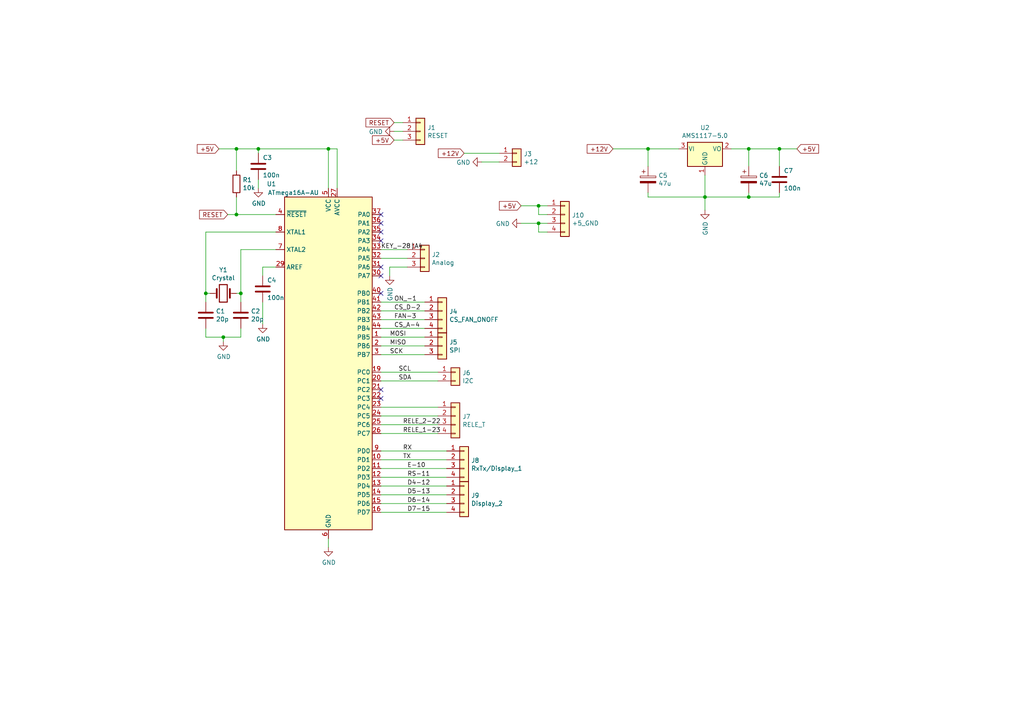
<source format=kicad_sch>
(kicad_sch (version 20211123) (generator eeschema)
  (paper "A4")
  (lib_symbols
    (symbol "Connector_Generic:Conn_01x02" (pin_names (offset 1.016) hide)
      (property "Reference" "J" (at 0 2.54 0))
      (property "Value" "Conn_01x02" (at 0 -5.08 0))
      (symbol "Conn_01x02_1_1"
        (rectangle (start -1.27 -2.413) (end 0 -2.667) (stroke (width 0.1524)))
        (rectangle (start -1.27 0.127) (end 0 -0.127) (stroke (width 0.1524)))
        (rectangle (start -1.27 1.27) (end 1.27 -3.81) (stroke (width 0.254)) (fill (type background)))
        (pin passive line (at -5.08 0 0) (length 3.81) (name "Pin_1") (number "1"))
        (pin passive line (at -5.08 -2.54 0) (length 3.81) (name "Pin_2") (number "2"))
      )
    )
    (symbol "Connector_Generic:Conn_01x03" (pin_names (offset 1.016) hide)
      (property "Reference" "J" (at 0 5.08 0))
      (property "Value" "Conn_01x03" (at 0 -5.08 0))
      (symbol "Conn_01x03_1_1"
        (rectangle (start -1.27 -2.413) (end 0 -2.667) (stroke (width 0.1524)))
        (rectangle (start -1.27 0.127) (end 0 -0.127) (stroke (width 0.1524)))
        (rectangle (start -1.27 2.667) (end 0 2.413) (stroke (width 0.1524)))
        (rectangle (start -1.27 3.81) (end 1.27 -3.81) (stroke (width 0.254)) (fill (type background)))
        (pin passive line (at -5.08 2.54 0) (length 3.81) (name "Pin_1") (number "1"))
        (pin passive line (at -5.08 0 0) (length 3.81) (name "Pin_2") (number "2"))
        (pin passive line (at -5.08 -2.54 0) (length 3.81) (name "Pin_3") (number "3"))
      )
    )
    (symbol "Connector_Generic:Conn_01x04" (pin_names (offset 1.016) hide)
      (property "Reference" "J" (at 0 5.08 0))
      (property "Value" "Conn_01x04" (at 0 -7.62 0))
      (symbol "Conn_01x04_1_1"
        (rectangle (start -1.27 -4.953) (end 0 -5.207) (stroke (width 0.1524)))
        (rectangle (start -1.27 -2.413) (end 0 -2.667) (stroke (width 0.1524)))
        (rectangle (start -1.27 0.127) (end 0 -0.127) (stroke (width 0.1524)))
        (rectangle (start -1.27 2.667) (end 0 2.413) (stroke (width 0.1524)))
        (rectangle (start -1.27 3.81) (end 1.27 -6.35) (stroke (width 0.254)) (fill (type background)))
        (pin passive line (at -5.08 2.54 0) (length 3.81) (name "Pin_1") (number "1"))
        (pin passive line (at -5.08 0 0) (length 3.81) (name "Pin_2") (number "2"))
        (pin passive line (at -5.08 -2.54 0) (length 3.81) (name "Pin_3") (number "3"))
        (pin passive line (at -5.08 -5.08 0) (length 3.81) (name "Pin_4") (number "4"))
      )
    )
    (symbol "Controller-rescue:ATmega16A-AU-MCU_Microchip_ATmega"
      (property "Reference" "U" (at -12.7 49.53 0))
      (property "Value" "ATmega16A-AU-MCU_Microchip_ATmega" (at 2.54 -49.53 0))
      (symbol "ATmega16A-AU-MCU_Microchip_ATmega_0_1"
        (rectangle (start -12.7 -48.26) (end 12.7 48.26) (stroke (width 0.254)) (fill (type background)))
      )
      (symbol "ATmega16A-AU-MCU_Microchip_ATmega_1_1"
        (pin bidirectional line (at 15.24 7.62 180) (length 2.54) (name "PB5") (number "1"))
        (pin bidirectional line (at 15.24 -27.94 180) (length 2.54) (name "PD1") (number "10"))
        (pin bidirectional line (at 15.24 -30.48 180) (length 2.54) (name "PD2") (number "11"))
        (pin bidirectional line (at 15.24 -33.02 180) (length 2.54) (name "PD3") (number "12"))
        (pin bidirectional line (at 15.24 -35.56 180) (length 2.54) (name "PD4") (number "13"))
        (pin bidirectional line (at 15.24 -38.1 180) (length 2.54) (name "PD5") (number "14"))
        (pin bidirectional line (at 15.24 -40.64 180) (length 2.54) (name "PD6") (number "15"))
        (pin bidirectional line (at 15.24 -43.18 180) (length 2.54) (name "PD7") (number "16"))
        (pin passive line (at 0 50.8 270) (length 2.54) hide (name "VCC") (number "17"))
        (pin passive line (at 0 -50.8 90) (length 2.54) hide (name "GND") (number "18"))
        (pin bidirectional line (at 15.24 -2.54 180) (length 2.54) (name "PC0") (number "19"))
        (pin bidirectional line (at 15.24 5.08 180) (length 2.54) (name "PB6") (number "2"))
        (pin bidirectional line (at 15.24 -5.08 180) (length 2.54) (name "PC1") (number "20"))
        (pin bidirectional line (at 15.24 -7.62 180) (length 2.54) (name "PC2") (number "21"))
        (pin bidirectional line (at 15.24 -10.16 180) (length 2.54) (name "PC3") (number "22"))
        (pin bidirectional line (at 15.24 -12.7 180) (length 2.54) (name "PC4") (number "23"))
        (pin bidirectional line (at 15.24 -15.24 180) (length 2.54) (name "PC5") (number "24"))
        (pin bidirectional line (at 15.24 -17.78 180) (length 2.54) (name "PC6") (number "25"))
        (pin bidirectional line (at 15.24 -20.32 180) (length 2.54) (name "PC7") (number "26"))
        (pin power_in line (at 2.54 50.8 270) (length 2.54) (name "AVCC") (number "27"))
        (pin passive line (at 0 -50.8 90) (length 2.54) hide (name "GND") (number "28"))
        (pin passive line (at -15.24 27.94 0) (length 2.54) (name "AREF") (number "29"))
        (pin bidirectional line (at 15.24 2.54 180) (length 2.54) (name "PB7") (number "3"))
        (pin bidirectional line (at 15.24 25.4 180) (length 2.54) (name "PA7") (number "30"))
        (pin bidirectional line (at 15.24 27.94 180) (length 2.54) (name "PA6") (number "31"))
        (pin bidirectional line (at 15.24 30.48 180) (length 2.54) (name "PA5") (number "32"))
        (pin bidirectional line (at 15.24 33.02 180) (length 2.54) (name "PA4") (number "33"))
        (pin bidirectional line (at 15.24 35.56 180) (length 2.54) (name "PA3") (number "34"))
        (pin bidirectional line (at 15.24 38.1 180) (length 2.54) (name "PA2") (number "35"))
        (pin bidirectional line (at 15.24 40.64 180) (length 2.54) (name "PA1") (number "36"))
        (pin bidirectional line (at 15.24 43.18 180) (length 2.54) (name "PA0") (number "37"))
        (pin passive line (at 0 50.8 270) (length 2.54) hide (name "VCC") (number "38"))
        (pin passive line (at 0 -50.8 90) (length 2.54) hide (name "GND") (number "39"))
        (pin input line (at -15.24 43.18 0) (length 2.54) (name "~{RESET}") (number "4"))
        (pin bidirectional line (at 15.24 20.32 180) (length 2.54) (name "PB0") (number "40"))
        (pin bidirectional line (at 15.24 17.78 180) (length 2.54) (name "PB1") (number "41"))
        (pin bidirectional line (at 15.24 15.24 180) (length 2.54) (name "PB2") (number "42"))
        (pin bidirectional line (at 15.24 12.7 180) (length 2.54) (name "PB3") (number "43"))
        (pin bidirectional line (at 15.24 10.16 180) (length 2.54) (name "PB4") (number "44"))
        (pin power_in line (at 0 50.8 270) (length 2.54) (name "VCC") (number "5"))
        (pin power_in line (at 0 -50.8 90) (length 2.54) (name "GND") (number "6"))
        (pin output line (at -15.24 33.02 0) (length 2.54) (name "XTAL2") (number "7"))
        (pin input line (at -15.24 38.1 0) (length 2.54) (name "XTAL1") (number "8"))
        (pin bidirectional line (at 15.24 -25.4 180) (length 2.54) (name "PD0") (number "9"))
      )
    )
    (symbol "Controller-rescue:CP-Device" (pin_numbers hide) (pin_names (offset 0.254))
      (property "Reference" "C" (at 0.635 2.54 0))
      (property "Value" "CP-Device" (at 0.635 -2.54 0))
      (symbol "CP-Device_0_1"
        (rectangle (start -2.286 0.508) (end 2.286 1.016))
        (polyline (pts (xy -1.778 2.286) (xy -0.762 2.286)))
        (polyline (pts (xy -1.27 2.794) (xy -1.27 1.778)))
        (rectangle (start 2.286 -0.508) (end -2.286 -1.016) (fill (type outline)))
      )
      (symbol "CP-Device_1_1"
        (pin passive line (at 0 3.81 270) (length 2.794) (name "~") (number "1"))
        (pin passive line (at 0 -3.81 90) (length 2.794) (name "~") (number "2"))
      )
    )
    (symbol "Device:C" (pin_numbers hide) (pin_names (offset 0.254))
      (property "Reference" "C" (at 0.635 2.54 0))
      (property "Value" "C" (at 0.635 -2.54 0))
      (symbol "C_0_1"
        (polyline (pts (xy -2.032 -0.762) (xy 2.032 -0.762)) (stroke (width 0.508)))
        (polyline (pts (xy -2.032 0.762) (xy 2.032 0.762)) (stroke (width 0.508)))
      )
      (symbol "C_1_1"
        (pin passive line (at 0 3.81 270) (length 2.794) (name "~") (number "1"))
        (pin passive line (at 0 -3.81 90) (length 2.794) (name "~") (number "2"))
      )
    )
    (symbol "Device:Crystal" (pin_numbers hide) (pin_names (offset 1.016) hide)
      (property "Reference" "Y" (at 0 3.81 0))
      (property "Value" "Crystal" (at 0 -3.81 0))
      (symbol "Crystal_0_1"
        (rectangle (start -1.143 2.54) (end 1.143 -2.54) (stroke (width 0.3048)))
        (polyline (pts (xy -2.54 0) (xy -1.905 0)))
        (polyline (pts (xy -1.905 -1.27) (xy -1.905 1.27)) (stroke (width 0.508)))
        (polyline (pts (xy 1.905 -1.27) (xy 1.905 1.27)) (stroke (width 0.508)))
        (polyline (pts (xy 2.54 0) (xy 1.905 0)))
      )
      (symbol "Crystal_1_1"
        (pin passive line (at -3.81 0 0) (length 1.27) (name "1") (number "1"))
        (pin passive line (at 3.81 0 180) (length 1.27) (name "2") (number "2"))
      )
    )
    (symbol "Device:R" (pin_numbers hide) (pin_names (offset 0))
      (property "Reference" "R" (at 2.032 0 90))
      (property "Value" "R" (at 0 0 90))
      (symbol "R_0_1"
        (rectangle (start -1.016 -2.54) (end 1.016 2.54) (stroke (width 0.254)))
      )
      (symbol "R_1_1"
        (pin passive line (at 0 3.81 270) (length 1.27) (name "~") (number "1"))
        (pin passive line (at 0 -3.81 90) (length 1.27) (name "~") (number "2"))
      )
    )
    (symbol "Regulator_Linear:AMS1117-5.0" (pin_names (offset 0.254))
      (property "Reference" "U" (at -3.81 3.175 0))
      (property "Value" "AMS1117-5.0" (at 0 3.175 0))
      (symbol "AMS1117-5.0_0_1"
        (rectangle (start -5.08 -5.08) (end 5.08 1.905) (stroke (width 0.254)) (fill (type background)))
      )
      (symbol "AMS1117-5.0_1_1"
        (pin power_in line (at 0 -7.62 90) (length 2.54) (name "GND") (number "1"))
        (pin power_out line (at 7.62 0 180) (length 2.54) (name "VO") (number "2"))
        (pin power_in line (at -7.62 0 0) (length 2.54) (name "VI") (number "3"))
      )
    )
    (symbol "power:GND" (power) (pin_names (offset 0))
      (property "Value" "GND" (at 0 -3.81 0))
      (symbol "GND_0_1"
        (polyline (pts (xy 0 0) (xy 0 -1.27) (xy 1.27 -1.27) (xy 0 -2.54) (xy -1.27 -1.27) (xy 0 -1.27)))
      )
      (symbol "GND_1_1"
        (pin power_in line (at 0 0 270) (length 0) hide (name "GND") (number "1"))
      )
    )
  )
  (junction (at 68.58 43.18))
  (junction (at 156.21 59.69))
  (junction (at 226.06 43.18))
  (junction (at 204.47 57.15))
  (junction (at 59.69 85.09))
  (junction (at 95.25 43.18))
  (junction (at 217.17 57.15))
  (junction (at 64.77 97.79))
  (junction (at 68.58 62.23))
  (junction (at 217.17 43.18))
  (junction (at 69.85 85.09))
  (junction (at 74.93 43.18))
  (junction (at 187.96 43.18))
  (junction (at 156.21 64.77))
  (no_connect (at 110.49 62.23))
  (no_connect (at 110.49 113.03))
  (no_connect (at 110.49 115.57))
  (no_connect (at 110.49 69.85))
  (no_connect (at 110.49 85.09))
  (no_connect (at 110.49 67.31))
  (no_connect (at 110.49 77.47))
  (no_connect (at 110.49 80.01))
  (no_connect (at 110.49 64.77))
  (wire (pts (xy 156.21 59.69) (xy 158.75 59.69)))
  (wire (pts (xy 123.19 92.71) (xy 110.49 92.71)))
  (wire (pts (xy 127 120.65) (xy 110.49 120.65)))
  (wire (pts (xy 212.09 43.18) (xy 217.17 43.18)))
  (wire (pts (xy 59.69 85.09) (xy 60.96 85.09)))
  (wire (pts (xy 114.3 35.56) (xy 116.84 35.56)))
  (wire (pts (xy 68.58 85.09) (xy 69.85 85.09)))
  (wire (pts (xy 95.25 43.18) (xy 74.93 43.18)))
  (wire (pts (xy 217.17 55.88) (xy 217.17 57.15)))
  (wire (pts (xy 68.58 49.53) (xy 68.58 43.18)))
  (wire (pts (xy 95.25 54.61) (xy 95.25 43.18)))
  (wire (pts (xy 59.69 67.31) (xy 59.69 85.09)))
  (wire (pts (xy 127 123.19) (xy 110.49 123.19)))
  (wire (pts (xy 123.19 100.33) (xy 110.49 100.33)))
  (wire (pts (xy 59.69 97.79) (xy 59.69 95.25)))
  (wire (pts (xy 187.96 43.18) (xy 187.96 48.26)))
  (wire (pts (xy 116.84 40.64) (xy 114.3 40.64)))
  (wire (pts (xy 74.93 43.18) (xy 74.93 44.45)))
  (wire (pts (xy 110.49 110.49) (xy 127 110.49)))
  (wire (pts (xy 151.13 59.69) (xy 156.21 59.69)))
  (wire (pts (xy 110.49 148.59) (xy 129.54 148.59)))
  (wire (pts (xy 69.85 87.63) (xy 69.85 85.09)))
  (wire (pts (xy 158.75 62.23) (xy 156.21 62.23)))
  (wire (pts (xy 127 125.73) (xy 110.49 125.73)))
  (wire (pts (xy 156.21 64.77) (xy 158.75 64.77)))
  (wire (pts (xy 118.11 72.39) (xy 110.49 72.39)))
  (wire (pts (xy 196.85 43.18) (xy 187.96 43.18)))
  (wire (pts (xy 80.01 77.47) (xy 76.2 77.47)))
  (wire (pts (xy 59.69 87.63) (xy 59.69 85.09)))
  (wire (pts (xy 74.93 54.61) (xy 74.93 52.07)))
  (wire (pts (xy 139.7 46.99) (xy 144.78 46.99)))
  (wire (pts (xy 69.85 95.25) (xy 69.85 97.79)))
  (wire (pts (xy 114.3 38.1) (xy 116.84 38.1)))
  (wire (pts (xy 69.85 85.09) (xy 69.85 72.39)))
  (wire (pts (xy 118.11 77.47) (xy 113.03 77.47)))
  (wire (pts (xy 118.11 74.93) (xy 110.49 74.93)))
  (wire (pts (xy 110.49 130.81) (xy 129.54 130.81)))
  (wire (pts (xy 68.58 43.18) (xy 74.93 43.18)))
  (wire (pts (xy 226.06 55.88) (xy 226.06 57.15)))
  (wire (pts (xy 217.17 57.15) (xy 204.47 57.15)))
  (wire (pts (xy 68.58 57.15) (xy 68.58 62.23)))
  (wire (pts (xy 204.47 57.15) (xy 204.47 50.8)))
  (wire (pts (xy 226.06 43.18) (xy 217.17 43.18)))
  (wire (pts (xy 156.21 62.23) (xy 156.21 59.69)))
  (wire (pts (xy 127 118.11) (xy 110.49 118.11)))
  (wire (pts (xy 110.49 133.35) (xy 129.54 133.35)))
  (wire (pts (xy 76.2 77.47) (xy 76.2 80.01)))
  (wire (pts (xy 123.19 90.17) (xy 110.49 90.17)))
  (wire (pts (xy 123.19 87.63) (xy 110.49 87.63)))
  (wire (pts (xy 64.77 99.06) (xy 64.77 97.79)))
  (wire (pts (xy 69.85 72.39) (xy 80.01 72.39)))
  (wire (pts (xy 68.58 62.23) (xy 66.04 62.23)))
  (wire (pts (xy 110.49 107.95) (xy 127 107.95)))
  (wire (pts (xy 123.19 97.79) (xy 110.49 97.79)))
  (wire (pts (xy 110.49 140.97) (xy 129.54 140.97)))
  (wire (pts (xy 187.96 57.15) (xy 204.47 57.15)))
  (wire (pts (xy 217.17 43.18) (xy 217.17 48.26)))
  (wire (pts (xy 97.79 43.18) (xy 95.25 43.18)))
  (wire (pts (xy 158.75 67.31) (xy 156.21 67.31)))
  (wire (pts (xy 226.06 48.26) (xy 226.06 43.18)))
  (wire (pts (xy 134.62 44.45) (xy 144.78 44.45)))
  (wire (pts (xy 95.25 158.75) (xy 95.25 156.21)))
  (wire (pts (xy 76.2 93.98) (xy 76.2 87.63)))
  (wire (pts (xy 226.06 57.15) (xy 217.17 57.15)))
  (wire (pts (xy 80.01 62.23) (xy 68.58 62.23)))
  (wire (pts (xy 231.14 43.18) (xy 226.06 43.18)))
  (wire (pts (xy 204.47 57.15) (xy 204.47 60.96)))
  (wire (pts (xy 110.49 135.89) (xy 129.54 135.89)))
  (wire (pts (xy 110.49 146.05) (xy 129.54 146.05)))
  (wire (pts (xy 123.19 102.87) (xy 110.49 102.87)))
  (wire (pts (xy 113.03 77.47) (xy 113.03 80.01)))
  (wire (pts (xy 177.8 43.18) (xy 187.96 43.18)))
  (wire (pts (xy 187.96 55.88) (xy 187.96 57.15)))
  (wire (pts (xy 110.49 143.51) (xy 129.54 143.51)))
  (wire (pts (xy 69.85 97.79) (xy 64.77 97.79)))
  (wire (pts (xy 151.13 64.77) (xy 156.21 64.77)))
  (wire (pts (xy 63.5 43.18) (xy 68.58 43.18)))
  (wire (pts (xy 97.79 54.61) (xy 97.79 43.18)))
  (wire (pts (xy 156.21 67.31) (xy 156.21 64.77)))
  (wire (pts (xy 129.54 138.43) (xy 110.49 138.43)))
  (wire (pts (xy 80.01 67.31) (xy 59.69 67.31)))
  (wire (pts (xy 64.77 97.79) (xy 59.69 97.79)))
  (wire (pts (xy 110.49 95.25) (xy 123.19 95.25)))
  (label "D6-14" (at 118.11 146.05 0))
  (label "RS-11" (at 118.11 138.43 0))
  (label "D5-13" (at 118.11 143.51 0))
  (label "SDA" (at 115.57 110.49 0))
  (label "D4-12" (at 118.11 140.97 0))
  (label "TX" (at 116.84 133.35 0))
  (label "KEY_-28|A4" (at 110.49 72.39 0))
  (label "RX" (at 116.84 130.81 0))
  (label "MOSI" (at 113.03 97.79 0))
  (label "D7-15" (at 118.11 148.59 0))
  (label "SCK" (at 113.03 102.87 0))
  (label "CS_D-2" (at 114.3 90.17 0))
  (label "RELE_2-22" (at 116.84 123.19 0))
  (label "CS_A-4" (at 114.3 95.25 0))
  (label "RELE_1-23" (at 116.84 125.73 0))
  (label "E-10" (at 118.11 135.89 0))
  (label "MISO" (at 113.03 100.33 0))
  (label "SCL" (at 115.57 107.95 0))
  (label "ON_-1" (at 114.3 87.63 0))
  (label "FAN-3" (at 114.3 92.71 0))
  (global_label "+5V" (shape input) (at 114.3 40.64 180) (property "Обозначения листов" "${INTERSHEET_REFS}" (effects hide)))
  (global_label "RESET" (shape input) (at 114.3 35.56 180) (property "Обозначения листов" "${INTERSHEET_REFS}" (effects hide)))
  (global_label "+5V" (shape input) (at 231.14 43.18 0) (property "Обозначения листов" "${INTERSHEET_REFS}" (effects hide)))
  (global_label "+12V" (shape input) (at 134.62 44.45 180) (property "Обозначения листов" "${INTERSHEET_REFS}" (effects hide)))
  (global_label "+12V" (shape input) (at 177.8 43.18 180) (property "Обозначения листов" "${INTERSHEET_REFS}" (effects hide)))
  (global_label "+5V" (shape input) (at 63.5 43.18 180) (property "Обозначения листов" "${INTERSHEET_REFS}" (effects hide)))
  (global_label "+5V" (shape input) (at 151.13 59.69 180) (property "Обозначения листов" "${INTERSHEET_REFS}" (effects hide)))
  (global_label "RESET" (shape input) (at 66.04 62.23 180) (property "Обозначения листов" "${INTERSHEET_REFS}" (effects hide)))
  (symbol (lib_id "Controller-rescue:ATmega16A-AU-MCU_Microchip_ATmega") (at 95.25 105.41 0) (unit 1)
    (property "Reference" "U1" (at 78.74 53.34 0))
    (property "Value" "ATmega16A-AU" (at 85.09 55.88 0))
    (property "Footprint" "Package_QFP:TQFP-44_10x10mm_P0.8mm" (effects hide))
    (property "Datasheet" "http://ww1.microchip.com/downloads/en/DeviceDoc/Atmel-8154-8-bit-AVR-ATmega16A_Datasheet.pdf" (effects hide))
  )
  (symbol (lib_id "Device:Crystal") (at 64.77 85.09 180) (unit 1)
    (property "Reference" "Y1" (at 64.77 78.2828 0))
    (property "Value" "Crystal" (at 64.77 80.5942 0))
    (property "Footprint" "Crystal:Crystal_HC18-U_Vertical" (effects hide))
  )
  (symbol (lib_id "Device:C") (at 59.69 91.44 0) (unit 1)
    (property "Reference" "C1" (at 62.611 90.2716 0) (effects (justify left)))
    (property "Value" "20p" (at 62.611 92.583 0) (effects (justify left)))
    (property "Footprint" "Capacitor_SMD:C_0805_2012Metric_Pad1.18x1.45mm_HandSolder" (effects hide))
  )
  (symbol (lib_id "Device:C") (at 69.85 91.44 0) (unit 1)
    (property "Reference" "C2" (at 72.771 90.2716 0) (effects (justify left)))
    (property "Value" "20p" (at 72.771 92.583 0) (effects (justify left)))
    (property "Footprint" "Capacitor_SMD:C_0805_2012Metric_Pad1.18x1.45mm_HandSolder" (effects hide))
  )
  (symbol (lib_id "Regulator_Linear:AMS1117-5.0") (at 204.47 43.18 0) (unit 1)
    (property "Reference" "U2" (at 204.47 37.0332 0))
    (property "Value" "AMS1117-5.0" (at 204.47 39.3446 0))
    (property "Footprint" "Package_TO_SOT_SMD:SOT-223-3_TabPin2" (effects hide))
    (property "Datasheet" "http://www.advanced-monolithic.com/pdf/ds1117.pdf" (effects hide))
  )
  (symbol (lib_id "power:GND") (at 64.77 99.06 0) (unit 1)
    (property "Reference" "#PWR01" (effects hide))
    (property "Value" "GND" (at 64.897 103.4542 0))
  )
  (symbol (lib_id "power:GND") (at 204.47 60.96 0) (unit 1)
    (property "Reference" "#PWR013" (effects hide))
    (property "Value" "GND" (at 204.597 64.2112 90) (effects (justify right)))
  )
  (symbol (lib_id "Device:C") (at 76.2 83.82 0) (unit 1)
    (property "Reference" "C4" (at 77.47 81.28 0) (effects (justify left)))
    (property "Value" "100n" (at 77.47 86.36 0) (effects (justify left)))
    (property "Footprint" "Capacitor_SMD:C_0805_2012Metric_Pad1.18x1.45mm_HandSolder" (effects hide))
  )
  (symbol (lib_id "power:GND") (at 76.2 93.98 0) (unit 1)
    (property "Reference" "#PWR03" (effects hide))
    (property "Value" "GND" (at 76.327 98.3742 0))
  )
  (symbol (lib_id "Controller-rescue:CP-Device") (at 187.96 52.07 0) (unit 1)
    (property "Reference" "C5" (at 190.9572 50.9016 0) (effects (justify left)))
    (property "Value" "47u" (at 190.9572 53.213 0) (effects (justify left)))
    (property "Footprint" "Capacitor_Tantalum_SMD:CP_EIA-7132-20_AVX-U_Pad2.72x3.50mm_HandSolder" (effects hide))
  )
  (symbol (lib_id "Controller-rescue:CP-Device") (at 217.17 52.07 0) (unit 1)
    (property "Reference" "C6" (at 220.1672 50.9016 0) (effects (justify left)))
    (property "Value" "47u" (at 220.1672 53.213 0) (effects (justify left)))
    (property "Footprint" "Capacitor_Tantalum_SMD:CP_EIA-7132-20_AVX-U_Pad2.72x3.50mm_HandSolder" (effects hide))
  )
  (symbol (lib_id "Device:C") (at 74.93 48.26 0) (unit 1)
    (property "Reference" "C3" (at 76.2 45.72 0) (effects (justify left)))
    (property "Value" "100n" (at 76.2 50.8 0) (effects (justify left)))
    (property "Footprint" "Capacitor_SMD:C_0805_2012Metric_Pad1.18x1.45mm_HandSolder" (effects hide))
  )
  (symbol (lib_id "power:GND") (at 74.93 54.61 0) (unit 1)
    (property "Reference" "#PWR02" (effects hide))
    (property "Value" "GND" (at 75.057 59.0042 0))
  )
  (symbol (lib_id "Device:C") (at 226.06 52.07 0) (unit 1)
    (property "Reference" "C7" (at 227.33 49.53 0) (effects (justify left)))
    (property "Value" "100n" (at 227.33 54.61 0) (effects (justify left)))
    (property "Footprint" "Capacitor_SMD:C_0805_2012Metric_Pad1.18x1.45mm_HandSolder" (effects hide))
  )
  (symbol (lib_id "power:GND") (at 95.25 158.75 0) (unit 1)
    (property "Reference" "#PWR04" (effects hide))
    (property "Value" "GND" (at 95.377 163.1442 0))
  )
  (symbol (lib_id "Device:R") (at 68.58 53.34 0) (unit 1)
    (property "Reference" "R1" (at 70.358 52.1716 0) (effects (justify left)))
    (property "Value" "10k" (at 70.358 54.483 0) (effects (justify left)))
    (property "Footprint" "Resistor_SMD:R_0805_2012Metric_Pad1.20x1.40mm_HandSolder" (effects hide))
  )
  (symbol (lib_id "Connector_Generic:Conn_01x02") (at 149.86 44.45 0) (unit 1)
    (property "Reference" "J3" (at 151.892 44.6532 0) (effects (justify left)))
    (property "Value" "+12" (at 151.892 46.9646 0) (effects (justify left)))
    (property "Footprint" "Connector_PinHeader_2.54mm:PinHeader_1x02_P2.54mm_Vertical" (effects hide))
  )
  (symbol (lib_id "power:GND") (at 139.7 46.99 270) (unit 1)
    (property "Reference" "#PWR07" (effects hide))
    (property "Value" "GND" (at 136.4488 47.117 90) (effects (justify right)))
  )
  (symbol (lib_id "Connector_Generic:Conn_01x04") (at 134.62 143.51 0) (unit 1)
    (property "Reference" "J9" (at 136.652 143.7132 0) (effects (justify left)))
    (property "Value" "Display_2" (at 136.652 146.0246 0) (effects (justify left)))
    (property "Footprint" "Connector_PinHeader_2.54mm:PinHeader_1x04_P2.54mm_Vertical" (effects hide))
  )
  (symbol (lib_id "Connector_Generic:Conn_01x04") (at 134.62 133.35 0) (unit 1)
    (property "Reference" "J8" (at 136.652 133.5532 0) (effects (justify left)))
    (property "Value" "RxTx/Display_1" (at 136.652 135.8646 0) (effects (justify left)))
    (property "Footprint" "Connector_PinHeader_2.54mm:PinHeader_1x04_P2.54mm_Vertical" (effects hide))
  )
  (symbol (lib_id "Connector_Generic:Conn_01x02") (at 132.08 107.95 0) (unit 1)
    (property "Reference" "J6" (at 134.112 108.1532 0) (effects (justify left)))
    (property "Value" "I2C" (at 134.112 110.4646 0) (effects (justify left)))
    (property "Footprint" "Connector_PinHeader_2.54mm:PinHeader_1x02_P2.54mm_Vertical" (effects hide))
  )
  (symbol (lib_id "Connector_Generic:Conn_01x04") (at 132.08 120.65 0) (unit 1)
    (property "Reference" "J7" (at 134.112 120.8532 0) (effects (justify left)))
    (property "Value" "RELE_T" (at 134.112 123.1646 0) (effects (justify left)))
    (property "Footprint" "Connector_PinHeader_2.54mm:PinHeader_1x04_P2.54mm_Vertical" (effects hide))
  )
  (symbol (lib_id "power:GND") (at 114.3 38.1 270) (unit 1)
    (property "Reference" "#PWR05" (effects hide))
    (property "Value" "GND" (at 111.0488 38.227 90) (effects (justify right)))
  )
  (symbol (lib_id "Connector_Generic:Conn_01x03") (at 128.27 100.33 0) (unit 1)
    (property "Reference" "J5" (at 130.302 99.2632 0) (effects (justify left)))
    (property "Value" "SPI" (at 130.302 101.5746 0) (effects (justify left)))
    (property "Footprint" "Connector_PinHeader_2.54mm:PinHeader_1x03_P2.54mm_Vertical" (effects hide))
  )
  (symbol (lib_id "Connector_Generic:Conn_01x04") (at 128.27 90.17 0) (unit 1)
    (property "Reference" "J4" (at 130.302 90.3732 0) (effects (justify left)))
    (property "Value" "CS_FAN_ONOFF" (at 130.302 92.6846 0) (effects (justify left)))
    (property "Footprint" "Connector_PinHeader_2.54mm:PinHeader_1x04_P2.54mm_Vertical" (effects hide))
  )
  (symbol (lib_id "Connector_Generic:Conn_01x04") (at 163.83 62.23 0) (unit 1)
    (property "Reference" "J10" (at 165.862 62.4332 0) (effects (justify left)))
    (property "Value" "+5_GND" (at 165.862 64.7446 0) (effects (justify left)))
    (property "Footprint" "Connector_PinHeader_2.54mm:PinHeader_1x04_P2.54mm_Vertical" (effects hide))
  )
  (symbol (lib_id "power:GND") (at 151.13 64.77 270) (unit 1)
    (property "Reference" "#PWR06" (effects hide))
    (property "Value" "GND" (at 147.8788 64.897 90) (effects (justify right)))
  )
  (symbol (lib_id "Connector_Generic:Conn_01x03") (at 121.92 38.1 0) (unit 1)
    (property "Reference" "J1" (at 123.952 37.0332 0) (effects (justify left)))
    (property "Value" "RESET" (at 123.952 39.3446 0) (effects (justify left)))
    (property "Footprint" "Connector_PinHeader_2.54mm:PinHeader_1x03_P2.54mm_Vertical" (effects hide))
  )
  (symbol (lib_id "Connector_Generic:Conn_01x03") (at 123.19 74.93 0) (unit 1)
    (property "Reference" "J2" (at 125.222 73.8632 0) (effects (justify left)))
    (property "Value" "Analog" (at 125.222 76.1746 0) (effects (justify left)))
    (property "Footprint" "Connector_PinHeader_2.54mm:PinHeader_1x03_P2.54mm_Vertical" (effects hide))
  )
  (symbol (lib_id "power:GND") (at 113.03 80.01 0) (unit 1)
    (property "Reference" "#PWR0101" (effects hide))
    (property "Value" "GND" (at 113.157 83.2612 90) (effects (justify right)))
  )
)
</source>
